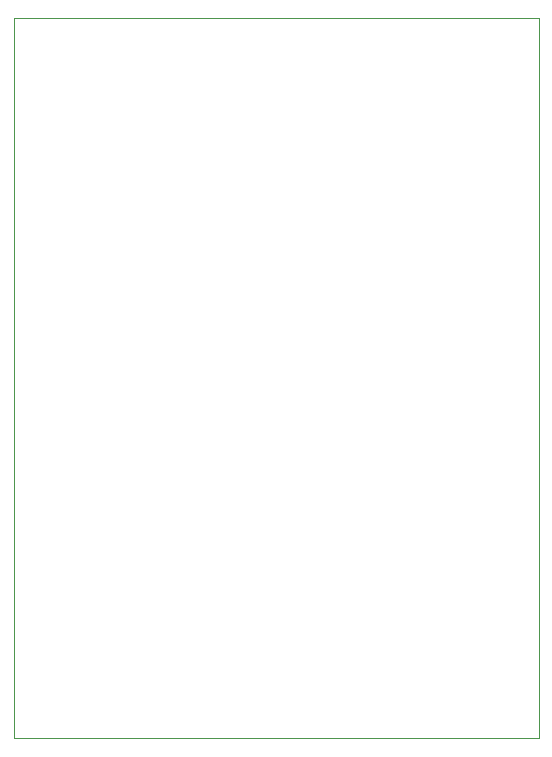
<source format=gbr>
%FSLAX34Y34*%
G04 Gerber Fmt 3.4, Leading zero omitted, Abs format*
G04 (created by PCBNEW (2014-03-18 BZR 4754)-product) date Tue 01 Apr 2014 07:49:35 PM CDT*
%MOIN*%
G01*
G70*
G90*
G04 APERTURE LIST*
%ADD10C,0.006000*%
%ADD11C,0.003937*%
G04 APERTURE END LIST*
G54D10*
G54D11*
X61500Y-29000D02*
X44000Y-29000D01*
X61500Y-53000D02*
X44000Y-53000D01*
X61500Y-29000D02*
X61500Y-53000D01*
X44000Y-29000D02*
X44000Y-53000D01*
M02*

</source>
